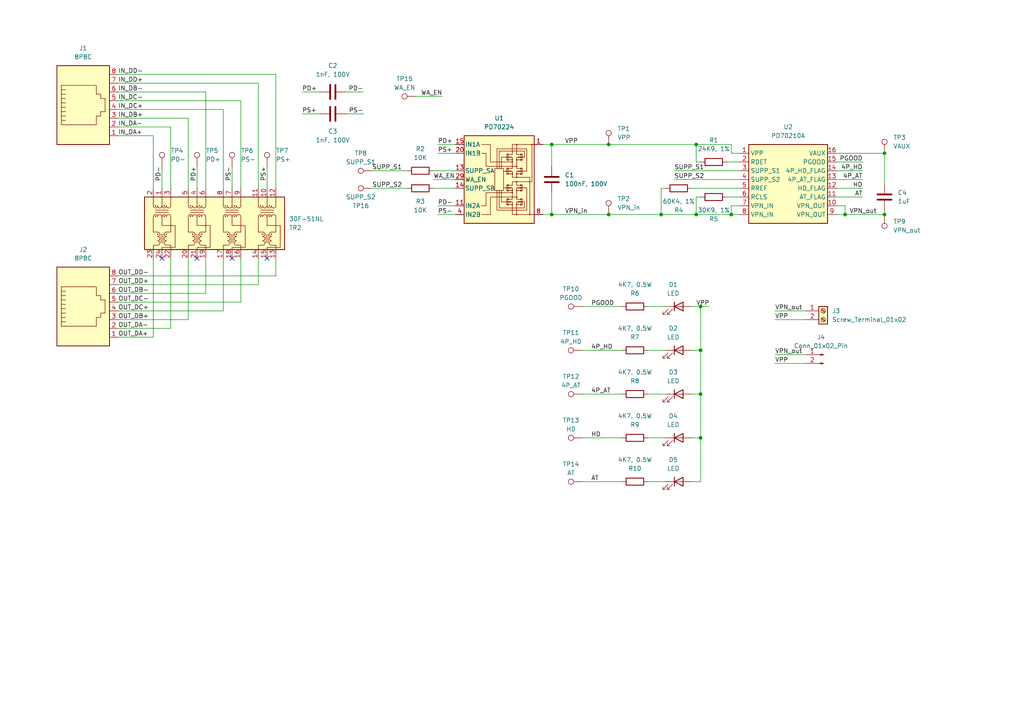
<source format=kicad_sch>
(kicad_sch (version 20250114) (generator "eeschema") (generator_version "9.0")
  (paper "A4")
  (lib_symbols
    (symbol "Connector:8P8C" (pin_names (offset 1.016))
      (property "Reference" "J" (at -5.08 13.97 0))
      (property "Value" "8P8C" (at 2.54 13.97 0))
      (symbol "8P8C_0_1"
        (polyline (pts (xy -6.35 1.905) (xy -5.08 1.905) (xy -5.08 1.905)))
        (polyline (pts (xy -6.35 0.635) (xy -5.08 0.635) (xy -5.08 0.635)))
        (polyline (pts (xy -6.35 -0.635) (xy -5.08 -0.635) (xy -5.08 -0.635)))
        (polyline (pts (xy -6.35 -1.905) (xy -5.08 -1.905) (xy -5.08 -1.905)))
        (polyline (pts (xy -6.35 -3.175) (xy -5.08 -3.175) (xy -5.08 -3.175)))
        (polyline (pts (xy -6.35 -4.445) (xy -6.35 6.985) (xy 3.81 6.985) (xy 3.81 4.445) (xy 5.08 4.445) (xy 5.08 3.175) (xy 6.35 3.175) (xy 6.35 -0.635) (xy 5.08 -0.635) (xy 5.08 -1.905) (xy 3.81 -1.905) (xy 3.81 -4.445) (xy -6.35 -4.445) (xy -6.35 -4.445)))
        (polyline (pts (xy -5.08 5.715) (xy -6.35 5.715)))
        (polyline (pts (xy -5.08 4.445) (xy -6.35 4.445)))
        (polyline (pts (xy -5.08 3.175) (xy -6.35 3.175) (xy -6.35 3.175)))
        (rectangle (start 7.62 12.7) (end -7.62 -10.16) (stroke (width 0.254)) (fill (type background)))
      )
      (symbol "8P8C_1_1"
        (pin passive line (at 10.16 10.16 180) (length 2.54) (name "~") (number "8"))
        (pin passive line (at 10.16 7.62 180) (length 2.54) (name "~") (number "7"))
        (pin passive line (at 10.16 5.08 180) (length 2.54) (name "~") (number "6"))
        (pin passive line (at 10.16 2.54 180) (length 2.54) (name "~") (number "5"))
        (pin passive line (at 10.16 0 180) (length 2.54) (name "~") (number "4"))
        (pin passive line (at 10.16 -2.54 180) (length 2.54) (name "~") (number "3"))
        (pin passive line (at 10.16 -5.08 180) (length 2.54) (name "~") (number "2"))
        (pin passive line (at 10.16 -7.62 180) (length 2.54) (name "~") (number "1"))
      )
    )
    (symbol "Connector:Conn_01x02_Pin" (pin_names (offset 1.016) (hide yes))
      (property "Reference" "J" (at 0 2.54 0))
      (property "Value" "Conn_01x02_Pin" (at 0 -5.08 0))
      (symbol "Conn_01x02_Pin_1_1"
        (rectangle (start 0.8636 0.127) (end 0 -0.127) (stroke (width 0.1524)) (fill (type outline)))
        (rectangle (start 0.8636 -2.413) (end 0 -2.667) (stroke (width 0.1524)) (fill (type outline)))
        (polyline (pts (xy 1.27 0) (xy 0.8636 0)) (stroke (width 0.1524)))
        (polyline (pts (xy 1.27 -2.54) (xy 0.8636 -2.54)) (stroke (width 0.1524)))
        (pin passive line (at 5.08 0 180) (length 3.81) (name "Pin_1") (number "1"))
        (pin passive line (at 5.08 -2.54 180) (length 3.81) (name "Pin_2") (number "2"))
      )
    )
    (symbol "Connector:Screw_Terminal_01x02" (pin_names (offset 1.016) (hide yes))
      (property "Reference" "J" (at 0 2.54 0))
      (property "Value" "Screw_Terminal_01x02" (at 0 -5.08 0))
      (symbol "Screw_Terminal_01x02_1_1"
        (rectangle (start -1.27 1.27) (end 1.27 -3.81) (stroke (width 0.254)) (fill (type background)))
        (polyline (pts (xy -0.5334 0.3302) (xy 0.3302 -0.508)) (stroke (width 0.1524)))
        (polyline (pts (xy -0.5334 -2.2098) (xy 0.3302 -3.048)) (stroke (width 0.1524)))
        (polyline (pts (xy -0.3556 0.508) (xy 0.508 -0.3302)) (stroke (width 0.1524)))
        (polyline (pts (xy -0.3556 -2.032) (xy 0.508 -2.8702)) (stroke (width 0.1524)))
        (circle (center 0 0) (radius 0.635) (stroke (width 0.1524)))
        (circle (center 0 -2.54) (radius 0.635) (stroke (width 0.1524)))
        (pin passive line (at -5.08 0 0) (length 3.81) (name "Pin_1") (number "1"))
        (pin passive line (at -5.08 -2.54 0) (length 3.81) (name "Pin_2") (number "2"))
      )
    )
    (symbol "Connector:TestPoint" (pin_numbers (hide yes)) (pin_names (offset 0.762) (hide yes))
      (property "Reference" "TP" (at 0 6.858 0))
      (property "Value" "TestPoint" (at 0 5.08 0))
      (symbol "TestPoint_0_1"
        (circle (center 0 3.302) (radius 0.762))
      )
      (symbol "TestPoint_1_1"
        (pin passive line (at 0 0 90) (length 2.54) (name "1") (number "1"))
      )
    )
    (symbol "Custom:PD70210"
      (property "Reference" "U" (at 0 12.7 0))
      (property "Value" "PD70210" (at 0 0 0))
      (symbol "PD70210_0_1"
        (rectangle (start -11.4299 11.43) (end 11.43 -11.43) (stroke (width 0.254)) (fill (type background)))
      )
      (symbol "PD70210_1_1"
        (pin input line (at -13.97 8.89 0) (length 2.54) (name "VPP") (number "1"))
        (pin input line (at -13.97 6.35 0) (length 2.54) (name "RDET") (number "2"))
        (pin input line (at -13.97 3.81 0) (length 2.54) (name "SUPP_S1") (number "3"))
        (pin input line (at -13.97 1.27 0) (length 2.54) (name "SUPP_S2") (number "4"))
        (pin input line (at -13.97 -1.27 0) (length 2.54) (name "RREF") (number "5"))
        (pin input line (at -13.97 -3.81 0) (length 2.54) (name "RCLS") (number "6"))
        (pin input line (at -13.97 -6.35 0) (length 2.54) (name "VPN_IN") (number "7"))
        (pin input line (at -13.97 -8.89 0) (length 2.54) (name "VPN_IN") (number "8"))
        (pin input line (at 13.97 8.89 180) (length 2.54) (name "VAUX") (number "16"))
        (pin input line (at 13.97 6.35 180) (length 2.54) (name "PGOOD") (number "15"))
        (pin input line (at 13.97 3.81 180) (length 2.54) (name "4P_HD_FLAG") (number "14"))
        (pin input line (at 13.97 1.27 180) (length 2.54) (name "4P_AT_FLAG") (number "13"))
        (pin input line (at 13.97 -1.27 180) (length 2.54) (name "HD_FLAG") (number "12"))
        (pin input line (at 13.97 -3.81 180) (length 2.54) (name "AT_FLAG") (number "11"))
        (pin input line (at 13.97 -6.35 180) (length 2.54) (name "VPN_OUT") (number "10"))
        (pin input line (at 13.97 -8.89 180) (length 2.54) (name "VPN_OUT") (number "9"))
      )
    )
    (symbol "Device:C" (pin_numbers (hide yes)) (pin_names (offset 0.254))
      (property "Reference" "C" (at 0.635 2.54 0))
      (property "Value" "C" (at 0.635 -2.54 0))
      (symbol "C_0_1"
        (polyline (pts (xy -2.032 0.762) (xy 2.032 0.762)) (stroke (width 0.508)))
        (polyline (pts (xy -2.032 -0.762) (xy 2.032 -0.762)) (stroke (width 0.508)))
      )
      (symbol "C_1_1"
        (pin passive line (at 0 3.81 270) (length 2.794) (name "~") (number "1"))
        (pin passive line (at 0 -3.81 90) (length 2.794) (name "~") (number "2"))
      )
    )
    (symbol "Device:LED" (pin_numbers (hide yes)) (pin_names (offset 1.016) (hide yes))
      (property "Reference" "D" (at 0 2.54 0))
      (property "Value" "LED" (at 0 -2.54 0))
      (symbol "LED_0_1"
        (polyline (pts (xy -3.048 -0.762) (xy -4.572 -2.286) (xy -3.81 -2.286) (xy -4.572 -2.286) (xy -4.572 -1.524)))
        (polyline (pts (xy -1.778 -0.762) (xy -3.302 -2.286) (xy -2.54 -2.286) (xy -3.302 -2.286) (xy -3.302 -1.524)))
        (polyline (pts (xy -1.27 0) (xy 1.27 0)))
        (polyline (pts (xy -1.27 -1.27) (xy -1.27 1.27)) (stroke (width 0.254)))
        (polyline (pts (xy 1.27 -1.27) (xy 1.27 1.27) (xy -1.27 0) (xy 1.27 -1.27)) (stroke (width 0.254)))
      )
      (symbol "LED_1_1"
        (pin passive line (at -3.81 0 0) (length 2.54) (name "K") (number "1"))
        (pin passive line (at 3.81 0 180) (length 2.54) (name "A") (number "2"))
      )
    )
    (symbol "Device:R" (pin_numbers (hide yes)) (pin_names (offset 0))
      (property "Reference" "R" (at 2.032 0 90))
      (property "Value" "R" (at 0 0 90))
      (symbol "R_0_1"
        (rectangle (start -1.016 -2.54) (end 1.016 2.54) (stroke (width 0.254)))
      )
      (symbol "R_1_1"
        (pin passive line (at 0 3.81 270) (length 1.27) (name "~") (number "1"))
        (pin passive line (at 0 -3.81 90) (length 1.27) (name "~") (number "2"))
      )
    )
    (symbol "Power_Management:PD70224" (pin_names (offset 0.254))
      (property "Reference" "U" (at -10.16 13.97 0))
      (property "Value" "PD70224" (at 10.16 13.97 0))
      (symbol "PD70224_0_1"
        (rectangle (start -10.16 12.7) (end 10.16 -12.7) (stroke (width 0.254)) (fill (type background)))
        (polyline (pts (xy -5.08 -10.16) (xy -2.54 -10.16) (xy -2.54 -5.08) (xy 5.08 -5.08)))
        (rectangle (start -1.27 3.175) (end 1.27 -3.175))
        (polyline (pts (xy -0.635 3.175) (xy -0.635 8.89) (xy 8.001 8.89) (xy 8.001 2.413) (xy 6.731 2.413)))
        (polyline (pts (xy 0 -3.175) (xy 0 -8.255) (xy 7.366 -8.255) (xy 7.366 -6.477) (xy 6.731 -6.477)))
        (polyline (pts (xy 2.159 7.366) (xy 2.159 5.588)))
        (polyline (pts (xy 2.159 6.477) (xy 0.635 6.477) (xy 0.635 3.175)))
        (polyline (pts (xy 2.159 3.302) (xy 2.159 1.524)))
        (polyline (pts (xy 2.159 2.413) (xy 1.27 2.413)))
        (polyline (pts (xy 2.159 -1.524) (xy 2.159 -3.302)))
        (polyline (pts (xy 2.159 -2.413) (xy 1.27 -2.413)))
        (polyline (pts (xy 2.159 -5.588) (xy 2.159 -7.366)))
        (polyline (pts (xy 2.159 -6.477) (xy 0.635 -6.477) (xy 0.635 -3.175)))
        (polyline (pts (xy 2.54 7.366) (xy 2.54 7.112) (xy 2.54 7.112)) (stroke (width 0.3556)))
        (polyline (pts (xy 2.54 7.239) (xy 3.81 7.239) (xy 3.81 10.16) (xy 10.16 10.16)))
        (polyline (pts (xy 2.54 6.604) (xy 2.54 6.35) (xy 2.54 6.35)) (stroke (width 0.3556)))
        (polyline (pts (xy 2.54 6.477) (xy 3.81 6.477) (xy 3.81 3.175) (xy 2.54 3.175)))
        (polyline (pts (xy 2.54 5.842) (xy 2.54 5.588) (xy 2.54 5.588)) (stroke (width 0.3556)))
        (polyline (pts (xy 2.54 5.715) (xy 3.81 5.715)))
        (polyline (pts (xy 2.54 2.54) (xy 2.54 2.286) (xy 2.54 2.286)) (stroke (width 0.3556)))
        (polyline (pts (xy 2.54 2.413) (xy 3.81 2.413) (xy 3.81 0.635) (xy 8.89 0.635) (xy 8.89 -10.16)))
        (polyline (pts (xy 2.54 1.778) (xy 2.54 1.524) (xy 2.54 1.524)) (stroke (width 0.3556)))
        (polyline (pts (xy 2.54 1.651) (xy 3.81 1.651)))
        (polyline (pts (xy 2.54 -1.524) (xy 2.54 -1.778) (xy 2.54 -1.778)) (stroke (width 0.3556)))
        (polyline (pts (xy 2.54 -1.651) (xy 3.81 -1.651) (xy 3.81 -0.635) (xy 9.525 -0.635) (xy 9.525 10.16)))
        (polyline (pts (xy 2.54 -2.286) (xy 2.54 -2.54) (xy 2.54 -2.54)) (stroke (width 0.3556)))
        (polyline (pts (xy 2.54 -2.413) (xy 3.81 -2.413) (xy 3.81 -5.715) (xy 2.54 -5.715)))
        (polyline (pts (xy 2.54 -3.048) (xy 2.54 -3.302) (xy 2.54 -3.302)) (stroke (width 0.3556)))
        (polyline (pts (xy 2.54 -3.175) (xy 3.81 -3.175)))
        (polyline (pts (xy 2.54 -6.35) (xy 2.54 -6.604) (xy 2.54 -6.604)) (stroke (width 0.3556)))
        (polyline (pts (xy 2.54 -6.477) (xy 3.81 -6.477) (xy 3.81 -10.16) (xy 10.16 -10.16)))
        (polyline (pts (xy 2.54 -7.112) (xy 2.54 -7.366) (xy 2.54 -7.366)) (stroke (width 0.3556)))
        (polyline (pts (xy 2.54 -7.239) (xy 3.81 -7.239)))
        (polyline (pts (xy 2.794 6.477) (xy 3.302 6.604) (xy 3.302 6.35) (xy 2.794 6.477)))
        (polyline (pts (xy 2.794 2.413) (xy 3.302 2.54) (xy 3.302 2.286) (xy 2.794 2.413)))
        (polyline (pts (xy 2.794 -2.413) (xy 3.302 -2.286) (xy 3.302 -2.54) (xy 2.794 -2.413)))
        (polyline (pts (xy 2.794 -6.477) (xy 3.302 -6.35) (xy 3.302 -6.604) (xy 2.794 -6.477)))
        (circle (center 3.81 5.715) (radius 0.127))
        (polyline (pts (xy 3.81 5.08) (xy -2.54 5.08) (xy -2.54 10.16) (xy -5.08 10.16)))
        (circle (center 3.81 5.08) (radius 0.127))
        (circle (center 3.81 1.651) (radius 0.127))
        (circle (center 3.81 -3.175) (radius 0.127))
        (polyline (pts (xy 3.81 -3.81) (xy -3.81 -3.81) (xy -3.81 -7.62) (xy -5.08 -7.62)))
        (circle (center 3.81 -3.81) (radius 0.127))
        (circle (center 3.81 -7.239) (radius 0.127))
        (circle (center 5.08 10.16) (radius 0.127))
        (circle (center 5.08 5.715) (radius 0.127))
        (polyline (pts (xy 5.08 3.81) (xy -3.81 3.81) (xy -3.81 7.62) (xy -5.08 7.62)))
        (circle (center 5.08 3.81) (radius 0.127))
        (circle (center 5.08 1.651) (radius 0.127))
        (circle (center 5.08 0.635) (radius 0.127))
        (circle (center 5.08 -0.635) (radius 0.127))
        (circle (center 5.08 -3.175) (radius 0.127))
        (circle (center 5.08 -5.08) (radius 0.127))
        (circle (center 5.08 -7.239) (radius 0.127))
        (polyline (pts (xy 5.08 -10.16) (xy 5.08 -6.477) (xy 6.35 -6.477)))
        (circle (center 5.08 -10.16) (radius 0.127))
        (polyline (pts (xy 6.096 6.477) (xy 5.588 6.604) (xy 5.588 6.35) (xy 6.096 6.477)))
        (polyline (pts (xy 6.096 2.413) (xy 5.588 2.54) (xy 5.588 2.286) (xy 6.096 2.413)))
        (polyline (pts (xy 6.096 -2.413) (xy 5.588 -2.286) (xy 5.588 -2.54) (xy 6.096 -2.413)))
        (polyline (pts (xy 6.096 -6.477) (xy 5.588 -6.35) (xy 5.588 -6.604) (xy 6.096 -6.477)))
        (polyline (pts (xy 6.35 7.366) (xy 6.35 7.112) (xy 6.35 7.112)) (stroke (width 0.3556)))
        (polyline (pts (xy 6.35 7.239) (xy 5.08 7.239) (xy 5.08 10.16)))
        (polyline (pts (xy 6.35 6.604) (xy 6.35 6.35) (xy 6.35 6.35)) (stroke (width 0.3556)))
        (polyline (pts (xy 6.35 6.477) (xy 5.08 6.477) (xy 5.08 3.175) (xy 6.35 3.175)))
        (polyline (pts (xy 6.35 5.842) (xy 6.35 5.588) (xy 6.35 5.588)) (stroke (width 0.3556)))
        (polyline (pts (xy 6.35 5.715) (xy 5.08 5.715)))
        (polyline (pts (xy 6.35 2.54) (xy 6.35 2.286) (xy 6.35 2.286)) (stroke (width 0.3556)))
        (polyline (pts (xy 6.35 2.413) (xy 5.08 2.413) (xy 5.08 0.635)))
        (polyline (pts (xy 6.35 1.778) (xy 6.35 1.524) (xy 6.35 1.524)) (stroke (width 0.3556)))
        (polyline (pts (xy 6.35 1.651) (xy 5.08 1.651)))
        (polyline (pts (xy 6.35 -1.524) (xy 6.35 -1.778) (xy 6.35 -1.778)) (stroke (width 0.3556)))
        (polyline (pts (xy 6.35 -1.651) (xy 5.08 -1.651) (xy 5.08 -0.635)))
        (polyline (pts (xy 6.35 -2.286) (xy 6.35 -2.54) (xy 6.35 -2.54)) (stroke (width 0.3556)))
        (polyline (pts (xy 6.35 -2.413) (xy 5.08 -2.413) (xy 5.08 -5.715) (xy 6.35 -5.715)))
        (polyline (pts (xy 6.35 -3.048) (xy 6.35 -3.302) (xy 6.35 -3.302)) (stroke (width 0.3556)))
        (polyline (pts (xy 6.35 -3.175) (xy 5.08 -3.175)))
        (polyline (pts (xy 6.35 -6.35) (xy 6.35 -6.604) (xy 6.35 -6.604)) (stroke (width 0.3556)))
        (polyline (pts (xy 6.35 -7.112) (xy 6.35 -7.366) (xy 6.35 -7.366)) (stroke (width 0.3556)))
        (polyline (pts (xy 6.35 -7.239) (xy 5.08 -7.239)))
        (polyline (pts (xy 6.731 7.366) (xy 6.731 5.588)))
        (polyline (pts (xy 6.731 6.477) (xy 7.366 6.477) (xy 7.366 8.255) (xy 0 8.255) (xy 0 3.175)))
        (polyline (pts (xy 6.731 3.302) (xy 6.731 1.524)))
        (polyline (pts (xy 6.731 -1.524) (xy 6.731 -3.302)))
        (polyline (pts (xy 6.731 -2.413) (xy 8.001 -2.413) (xy 8.001 -8.89) (xy -0.635 -8.89) (xy -0.635 -3.175)))
        (polyline (pts (xy 6.731 -5.588) (xy 6.731 -7.366)))
        (circle (center 8.89 -10.16) (radius 0.127))
        (circle (center 9.525 10.16) (radius 0.127))
      )
      (symbol "PD70224_1_1"
        (polyline (pts (xy 2.54 3.302) (xy 2.54 3.048)) (stroke (width 0.3556)))
        (polyline (pts (xy 2.54 -5.588) (xy 2.54 -5.842)) (stroke (width 0.3556)))
        (polyline (pts (xy 6.35 3.302) (xy 6.35 3.048)) (stroke (width 0.3556)))
        (polyline (pts (xy 6.35 -5.588) (xy 6.35 -5.842)) (stroke (width 0.3556)))
        (pin passive line (at -12.7 10.16 0) (length 2.54) (name "IN1A") (number "15"))
        (pin passive line (at -12.7 10.16 0) (length 2.54) (hide yes) (name "IN1A") (number "16"))
        (pin passive line (at -12.7 10.16 0) (length 2.54) (hide yes) (name "IN1A") (number "27"))
        (pin passive line (at -12.7 10.16 0) (length 2.54) (hide yes) (name "IN1A") (number "28"))
        (pin passive line (at -12.7 7.62 0) (length 2.54) (name "IN1B") (number "20"))
        (pin passive line (at -12.7 7.62 0) (length 2.54) (hide yes) (name "IN1B") (number "21"))
        (pin passive line (at -12.7 7.62 0) (length 2.54) (hide yes) (name "IN1B") (number "22"))
        (pin passive line (at -12.7 7.62 0) (length 2.54) (hide yes) (name "IN1B") (number "23"))
        (pin input line (at -12.7 2.54 0) (length 2.54) (name "SUPP_SA") (number "13"))
        (pin input line (at -12.7 0 0) (length 2.54) (name "WA_EN") (number "29"))
        (pin input line (at -12.7 -2.54 0) (length 2.54) (name "SUPP_SB") (number "14"))
        (pin passive line (at -12.7 -7.62 0) (length 2.54) (name "IN2A") (number "11"))
        (pin passive line (at -12.7 -7.62 0) (length 2.54) (hide yes) (name "IN2A") (number "12"))
        (pin passive line (at -12.7 -7.62 0) (length 2.54) (hide yes) (name "IN2A") (number "31"))
        (pin passive line (at -12.7 -7.62 0) (length 2.54) (hide yes) (name "IN2A") (number "32"))
        (pin passive line (at -12.7 -10.16 0) (length 2.54) (name "IN2B") (number "4"))
        (pin passive line (at -12.7 -10.16 0) (length 2.54) (hide yes) (name "IN2B") (number "5"))
        (pin passive line (at -12.7 -10.16 0) (length 2.54) (hide yes) (name "IN2B") (number "6"))
        (pin passive line (at -12.7 -10.16 0) (length 2.54) (hide yes) (name "IN2B") (number "7"))
        (pin no_connect line (at -10.16 5.08 0) (length 2.54) (hide yes) (name "NC") (number "30"))
        (pin power_in line (at 12.7 10.16 180) (length 2.54) (name "~") (number "1"))
        (pin passive line (at 12.7 10.16 180) (length 2.54) (hide yes) (name "~") (number "2"))
        (pin passive line (at 12.7 10.16 180) (length 2.54) (hide yes) (name "~") (number "24"))
        (pin passive line (at 12.7 10.16 180) (length 2.54) (hide yes) (name "~") (number "25"))
        (pin passive line (at 12.7 10.16 180) (length 2.54) (hide yes) (name "~") (number "26"))
        (pin passive line (at 12.7 10.16 180) (length 2.54) (hide yes) (name "~") (number "3"))
        (pin passive line (at 12.7 10.16 180) (length 2.54) (hide yes) (name "~") (number "33"))
        (pin passive line (at 12.7 -10.16 180) (length 2.54) (hide yes) (name "~") (number "10"))
        (pin passive line (at 12.7 -10.16 180) (length 2.54) (hide yes) (name "~") (number "17"))
        (pin passive line (at 12.7 -10.16 180) (length 2.54) (hide yes) (name "~") (number "18"))
        (pin passive line (at 12.7 -10.16 180) (length 2.54) (hide yes) (name "~") (number "19"))
        (pin passive line (at 12.7 -10.16 180) (length 2.54) (hide yes) (name "~") (number "34"))
        (pin power_in line (at 12.7 -10.16 180) (length 2.54) (name "~") (number "8"))
        (pin passive line (at 12.7 -10.16 180) (length 2.54) (hide yes) (name "~") (number "9"))
      )
    )
    (symbol "Transformer:30F-51NL" (pin_names (offset 1.016) (hide yes))
      (property "Reference" "TR" (at -6.35 21.59 0))
      (property "Value" "30F-51NL" (at 2.54 21.59 0))
      (symbol "30F-51NL_0_1"
        (rectangle (start -7.62 20.32) (end 7.62 -20.32) (stroke (width 0.254)) (fill (type background)))
        (polyline (pts (xy 0.635 15.24) (xy 0.635 11.43) (xy 6.985 11.43) (xy 6.985 15.24) (xy 7.62 15.24)))
        (polyline (pts (xy 0.635 5.08) (xy 0.635 1.27) (xy 6.985 1.27) (xy 6.985 5.08) (xy 7.62 5.08)))
        (polyline (pts (xy 0.635 -5.08) (xy 0.635 -8.89) (xy 6.985 -8.89) (xy 6.985 -5.08) (xy 7.62 -5.08)))
        (polyline (pts (xy 0.635 -15.24) (xy 0.635 -19.05) (xy 6.985 -19.05) (xy 6.985 -15.24) (xy 7.62 -15.24)))
        (polyline (pts (xy 2.54 17.78) (xy 2.54 16.51)))
        (polyline (pts (xy 2.54 13.97) (xy 2.54 12.7)))
        (polyline (pts (xy 2.54 7.62) (xy 2.54 6.35)))
        (polyline (pts (xy 2.54 3.81) (xy 2.54 2.54)))
        (polyline (pts (xy 2.54 -2.54) (xy 2.54 -3.81)))
        (polyline (pts (xy 2.54 -6.35) (xy 2.54 -7.62)))
        (polyline (pts (xy 2.54 -12.7) (xy 2.54 -13.97)))
        (polyline (pts (xy 2.54 -16.51) (xy 2.54 -17.78)))
        (polyline (pts (xy 6.35 16.51) (xy 6.35 17.78)))
        (polyline (pts (xy 6.35 12.7) (xy 6.35 13.97)))
        (polyline (pts (xy 6.35 6.35) (xy 6.35 7.62)))
        (polyline (pts (xy 6.35 2.54) (xy 6.35 3.81)))
        (polyline (pts (xy 6.35 -3.81) (xy 6.35 -2.54)))
        (polyline (pts (xy 6.35 -7.62) (xy 6.35 -6.35)))
        (polyline (pts (xy 6.35 -13.97) (xy 6.35 -12.7)))
        (polyline (pts (xy 6.35 -17.78) (xy 6.35 -16.51)))
        (polyline (pts (xy 7.62 15.24) (xy 7.62 15.24)))
        (pin passive line (at -10.16 17.78 0) (length 2.54) (name "TD1+") (number "2"))
        (pin passive line (at -10.16 15.24 0) (length 2.54) (name "CT") (number "1"))
        (pin passive line (at -10.16 12.7 0) (length 2.54) (name "TD1-") (number "3"))
        (pin passive line (at -10.16 7.62 0) (length 2.54) (name "TD2+") (number "5"))
        (pin passive line (at -10.16 5.08 0) (length 2.54) (name "CT") (number "4"))
        (pin passive line (at -10.16 2.54 0) (length 2.54) (name "TD2-") (number "6"))
        (pin passive line (at -10.16 -2.54 0) (length 2.54) (name "TD3+") (number "8"))
        (pin passive line (at -10.16 -5.08 0) (length 2.54) (name "CT") (number "7"))
        (pin passive line (at -10.16 -7.62 0) (length 2.54) (name "TD3-") (number "9"))
        (pin passive line (at -10.16 -12.7 0) (length 2.54) (name "TD4+") (number "11"))
        (pin passive line (at -10.16 -15.24 0) (length 2.54) (name "CT") (number "10"))
        (pin passive line (at -10.16 -17.78 0) (length 2.54) (name "TD4-") (number "12"))
        (pin passive line (at 10.16 17.78 180) (length 2.54) (name "MX1+") (number "23"))
        (pin passive line (at 10.16 15.24 180) (length 2.54) (name "CT") (number "24"))
        (pin passive line (at 10.16 12.7 180) (length 2.54) (name "MX1-") (number "22"))
        (pin passive line (at 10.16 7.62 180) (length 2.54) (name "MX2+") (number "20"))
        (pin passive line (at 10.16 5.08 180) (length 2.54) (name "CT") (number "21"))
        (pin passive line (at 10.16 2.54 180) (length 2.54) (name "MX2-") (number "19"))
        (pin passive line (at 10.16 -2.54 180) (length 2.54) (name "MX3+") (number "17"))
        (pin passive line (at 10.16 -5.08 180) (length 2.54) (name "CT") (number "18"))
        (pin passive line (at 10.16 -7.62 180) (length 2.54) (name "MX3-") (number "16"))
        (pin passive line (at 10.16 -12.7 180) (length 2.54) (name "MX4+") (number "14"))
        (pin passive line (at 10.16 -15.24 180) (length 2.54) (name "CT") (number "15"))
        (pin passive line (at 10.16 -17.78 180) (length 2.54) (name "MX4-") (number "13"))
      )
      (symbol "30F-51NL_1_1"
        (polyline (pts (xy -7.62 17.78) (xy -6.35 17.78)))
        (polyline (pts (xy -7.62 15.24) (xy -6.35 15.24)))
        (polyline (pts (xy -7.62 12.7) (xy -6.35 12.7)))
        (polyline (pts (xy -7.62 7.62) (xy -6.35 7.62)))
        (polyline (pts (xy -7.62 5.08) (xy -6.35 5.08)))
        (polyline (pts (xy -7.62 2.54) (xy -6.35 2.54)))
        (polyline (pts (xy -7.62 -2.54) (xy -6.35 -2.54)))
        (polyline (pts (xy -7.62 -5.08) (xy -6.35 -5.08)))
        (polyline (pts (xy -7.62 -7.62) (xy -6.35 -7.62)))
        (polyline (pts (xy -7.62 -12.7) (xy -6.35 -12.7)))
        (polyline (pts (xy -7.62 -15.24) (xy -6.35 -15.24)))
        (polyline (pts (xy -7.62 -17.78) (xy -6.35 -17.78)))
        (polyline (pts (xy -6.35 17.78) (xy -5.08 17.78)))
        (polyline (pts (xy -6.35 15.24) (xy -5.08 15.24)))
        (polyline (pts (xy -6.35 12.7) (xy -5.08 12.7)))
        (polyline (pts (xy -6.35 7.62) (xy -5.08 7.62)))
        (polyline (pts (xy -6.35 5.08) (xy -5.08 5.08)))
        (polyline (pts (xy -6.35 2.54) (xy -5.08 2.54)))
        (polyline (pts (xy -6.35 -2.54) (xy -5.08 -2.54)))
        (polyline (pts (xy -6.35 -5.08) (xy -5.08 -5.08)))
        (polyline (pts (xy -6.35 -7.62) (xy -5.08 -7.62)))
        (polyline (pts (xy -6.35 -12.7) (xy -5.08 -12.7)))
        (polyline (pts (xy -6.35 -15.24) (xy -5.08 -15.24)))
        (polyline (pts (xy -6.35 -17.78) (xy -5.08 -17.78)))
        (arc (start -5.08 17.78) (mid -4.4477 17.145) (end -5.08 16.51))
        (arc (start -5.08 16.51) (mid -4.4477 15.875) (end -5.08 15.24))
        (arc (start -5.08 15.24) (mid -4.4477 14.605) (end -5.08 13.97))
        (arc (start -5.08 13.97) (mid -4.4477 13.335) (end -5.08 12.7))
        (arc (start -5.08 7.62) (mid -4.4477 6.985) (end -5.08 6.35))
        (arc (start -5.08 6.35) (mid -4.4477 5.715) (end -5.08 5.08))
        (arc (start -5.08 5.08) (mid -4.4477 4.445) (end -5.08 3.81))
        (arc (start -5.08 3.81) (mid -4.4477 3.175) (end -5.08 2.54))
        (arc (start -5.08 -2.54) (mid -4.4477 -3.175) (end -5.08 -3.81))
        (arc (start -5.08 -3.81) (mid -4.4477 -4.445) (end -5.08 -5.08))
        (arc (start -5.08 -5.08) (mid -4.4477 -5.715) (end -5.08 -6.35))
        (arc (start -5.08 -6.35) (mid -4.4477 -6.985) (end -5.08 -7.62))
        (arc (start -5.08 -12.7) (mid -4.4477 -13.335) (end -5.08 -13.97))
        (arc (start -5.08 -13.97) (mid -4.4477 -14.605) (end -5.08 -15.24))
        (arc (start -5.08 -15.24) (mid -4.4477 -15.875) (end -5.08 -16.51))
        (arc (start -5.08 -16.51) (mid -4.4477 -17.145) (end -5.08 -17.78))
        (circle (center -5.08 17.145) (radius 0.127))
        (circle (center -5.08 14.605) (radius 0.127))
        (circle (center -5.08 6.985) (radius 0.127))
        (circle (center -5.08 4.445) (radius 0.127))
        (circle (center -5.08 -3.175) (radius 0.127))
        (circle (center -5.08 -5.715) (radius 0.127))
        (circle (center -5.08 -13.335) (radius 0.127))
        (circle (center -5.08 -15.875) (radius 0.127))
        (polyline (pts (xy -3.81 13.335) (xy -3.81 17.145)))
        (polyline (pts (xy -3.81 3.175) (xy -3.81 6.985)))
        (polyline (pts (xy -3.81 -6.985) (xy -3.81 -3.175)))
        (polyline (pts (xy -3.81 -17.145) (xy -3.81 -13.335)))
        (polyline (pts (xy -3.175 13.335) (xy -3.175 17.145)))
        (polyline (pts (xy -3.175 3.175) (xy -3.175 6.985)))
        (polyline (pts (xy -3.175 -6.985) (xy -3.175 -3.175)))
        (polyline (pts (xy -3.175 -17.145) (xy -3.175 -13.335)))
        (circle (center -2.032 17.145) (radius 0.127))
        (circle (center -2.032 14.605) (radius 0.127))
        (circle (center -2.032 6.985) (radius 0.127))
        (circle (center -2.032 4.445) (radius 0.127))
        (circle (center -2.032 -3.175) (radius 0.127))
        (circle (center -2.032 -5.715) (radius 0.127))
        (circle (center -2.032 -13.335) (radius 0.127))
        (circle (center -2.032 -15.875) (radius 0.127))
        (arc (start -1.905 16.51) (mid -2.5373 17.145) (end -1.905 17.78))
        (arc (start -1.905 15.24) (mid -2.5373 15.875) (end -1.905 16.51))
        (arc (start -1.905 13.97) (mid -2.5373 14.605) (end -1.905 15.24))
        (arc (start -1.905 12.7) (mid -2.5373 13.335) (end -1.905 13.97))
        (arc (start -1.905 6.35) (mid -2.5373 6.985) (end -1.905 7.62))
        (arc (start -1.905 5.08) (mid -2.5373 5.715) (end -1.905 6.35))
        (arc (start -1.905 3.81) (mid -2.5373 4.445) (end -1.905 5.08))
        (arc (start -1.905 2.54) (mid -2.5373 3.175) (end -1.905 3.81))
        (arc (start -1.905 -3.81) (mid -2.5373 -3.175) (end -1.905 -2.54))
        (arc (start -1.905 -5.08) (mid -2.5373 -4.445) (end -1.905 -3.81))
        (arc (start -1.905 -6.35) (mid -2.5373 -5.715) (end -1.905 -5.08))
        (arc (start -1.905 -7.62) (mid -2.5373 -6.985) (end -1.905 -6.35))
        (arc (start -1.905 -13.97) (mid -2.5373 -13.335) (end -1.905 -12.7))
        (arc (start -1.905 -15.24) (mid -2.5373 -14.605) (end -1.905 -13.97))
        (arc (start -1.905 -16.51) (mid -2.5373 -15.875) (end -1.905 -15.24))
        (arc (start -1.905 -17.78) (mid -2.5373 -17.145) (end -1.905 -16.51))
        (polyline (pts (xy 0.635 15.24) (xy -1.905 15.24)))
        (polyline (pts (xy 0.635 5.08) (xy -1.905 5.08)))
        (polyline (pts (xy 0.635 -5.08) (xy -1.905 -5.08)))
        (polyline (pts (xy 0.635 -15.24) (xy -1.905 -15.24)))
        (polyline (pts (xy 2.54 17.78) (xy -1.905 17.78)))
        (polyline (pts (xy 2.54 12.7) (xy -1.905 12.7)))
        (polyline (pts (xy 2.54 7.62) (xy -1.905 7.62)))
        (polyline (pts (xy 2.54 2.54) (xy -1.905 2.54)))
        (polyline (pts (xy 2.54 -2.54) (xy -1.905 -2.54)))
        (polyline (pts (xy 2.54 -7.62) (xy -1.905 -7.62)))
        (polyline (pts (xy 2.54 -12.7) (xy -1.905 -12.7)))
        (polyline (pts (xy 2.54 -17.78) (xy -1.905 -17.78)))
        (arc (start 3.81 16.51) (mid 3.175 15.8777) (end 2.54 16.51))
        (circle (center 3.175 16.51) (radius 0.127))
        (circle (center 3.175 13.97) (radius 0.127))
        (arc (start 2.54 13.97) (mid 3.175 14.6023) (end 3.81 13.97))
        (arc (start 3.81 6.35) (mid 3.175 5.7177) (end 2.54 6.35))
        (circle (center 3.175 6.35) (radius 0.127))
        (circle (center 3.175 3.81) (radius 0.127))
        (arc (start 2.54 3.81) (mid 3.175 4.4423) (end 3.81 3.81))
        (arc (start 3.81 -3.81) (mid 3.175 -4.4423) (end 2.54 -3.81))
        (circle (center 3.175 -3.81) (radius 0.127))
        (circle (center 3.175 -6.35) (radius 0.127))
        (arc (start 2.54 -6.35) (mid 3.175 -5.7177) (end 3.81 -6.35))
        (arc (start 3.81 -13.97) (mid 3.175 -14.6023) (end 2.54 -13.97))
        (circle (center 3.175 -13.97) (radius 0.127))
        (circle (center 3.175 -16.51) (radius 0.127))
        (arc (start 2.54 -16.51) (mid 3.175 -15.8777) (end 3.81 -16.51))
        (arc (start 5.08 16.51) (mid 4.445 15.8777) (end 3.81 16.51))
        (arc (start 3.81 13.97) (mid 4.445 14.6023) (end 5.08 13.97))
        (arc (start 5.08 6.35) (mid 4.445 5.7177) (end 3.81 6.35))
        (arc (start 3.81 3.81) (mid 4.445 4.4423) (end 5.08 3.81))
        (arc (start 5.08 -3.81) (mid 4.445 -4.4423) (end 3.81 -3.81))
        (arc (start 3.81 -6.35) (mid 4.445 -5.7177) (end 5.08 -6.35))
        (arc (start 5.08 -13.97) (mid 4.445 -14.6023) (end 3.81 -13.97))
        (arc (start 3.81 -16.51) (mid 4.445 -15.8777) (end 5.08 -16.51))
        (arc (start 6.35 16.51) (mid 5.715 15.8777) (end 5.08 16.51))
        (polyline (pts (xy 5.715 15.494) (xy 3.175 15.494)))
        (polyline (pts (xy 5.715 14.986) (xy 3.175 14.986)))
        (arc (start 5.08 13.97) (mid 5.715 14.6023) (end 6.35 13.97))
        (arc (start 6.35 6.35) (mid 5.715 5.7177) (end 5.08 6.35))
        (polyline (pts (xy 5.715 5.334) (xy 3.175 5.334)))
        (polyline (pts (xy 5.715 4.826) (xy 3.175 4.826)))
        (arc (start 5.08 3.81) (mid 5.715 4.4423) (end 6.35 3.81))
        (arc (start 6.35 -3.81) (mid 5.715 -4.4423) (end 5.08 -3.81))
        (polyline (pts (xy 5.715 -4.826) (xy 3.175 -4.826)))
        (polyline (pts (xy 5.715 -5.334) (xy 3.175 -5.334)))
        (arc (start 5.08 -6.35) (mid 5.715 -5.7177) (end 6.35 -6.35))
        (arc (start 6.35 -13.97) (mid 5.715 -14.6023) (end 5.08 -13.97))
        (polyline (pts (xy 5.715 -14.986) (xy 3.175 -14.986)))
        (polyline (pts (xy 5.715 -15.494) (xy 3.175 -15.494)))
        (arc (start 5.08 -16.51) (mid 5.715 -15.8777) (end 6.35 -16.51))
        (polyline (pts (xy 7.62 17.78) (xy 6.35 17.78)))
        (polyline (pts (xy 7.62 12.7) (xy 6.35 12.7)))
        (polyline (pts (xy 7.62 7.62) (xy 6.35 7.62)))
        (polyline (pts (xy 7.62 2.54) (xy 6.35 2.54)))
        (polyline (pts (xy 7.62 -2.54) (xy 6.35 -2.54)))
        (polyline (pts (xy 7.62 -7.62) (xy 6.35 -7.62)))
        (polyline (pts (xy 7.62 -12.7) (xy 6.35 -12.7)))
        (polyline (pts (xy 7.62 -17.78) (xy 6.35 -17.78)))
      )
    )
  )
  (junction (at 201.93 62.23))
  (junction (at 256.54 44.45))
  (junction (at 191.77 62.23))
  (junction (at 201.93 41.91))
  (junction (at 203.2 88.9))
  (junction (at 212.09 62.23))
  (junction (at 203.2 114.3))
  (junction (at 176.53 62.23))
  (junction (at 160.02 62.23))
  (junction (at 245.11 62.23))
  (junction (at 160.02 41.91))
  (junction (at 203.2 101.6))
  (junction (at 256.54 62.23))
  (junction (at 203.2 127))
  (junction (at 176.53 41.91))
  (no_connect (at 67.31 74.93))
  (no_connect (at 46.99 74.93))
  (no_connect (at 57.15 74.93))
  (no_connect (at 77.47 74.93))
  (wire (pts (xy 200.66 139.7) (xy 203.2 139.7)))
  (wire (pts (xy 128.27 27.94) (xy 120.65 27.94)))
  (wire (pts (xy 168.91 139.7) (xy 180.34 139.7)))
  (wire (pts (xy 200.66 54.61) (xy 214.63 54.61)))
  (wire (pts (xy 69.85 74.93) (xy 69.85 87.63)))
  (wire (pts (xy 245.11 59.69) (xy 245.11 62.23)))
  (wire (pts (xy 242.57 57.15) (xy 250.19 57.15)))
  (wire (pts (xy 242.57 54.61) (xy 250.19 54.61)))
  (wire (pts (xy 160.02 62.23) (xy 176.53 62.23)))
  (wire (pts (xy 34.29 31.75) (xy 64.77 31.75)))
  (wire (pts (xy 224.79 105.41) (xy 233.68 105.41)))
  (wire (pts (xy 176.53 62.23) (xy 191.77 62.23)))
  (wire (pts (xy 203.2 101.6) (xy 203.2 114.3)))
  (wire (pts (xy 34.29 36.83) (xy 49.53 36.83)))
  (wire (pts (xy 34.29 21.59) (xy 80.01 21.59)))
  (wire (pts (xy 160.02 55.88) (xy 160.02 62.23)))
  (wire (pts (xy 74.93 74.93) (xy 74.93 82.55)))
  (wire (pts (xy 44.45 39.37) (xy 44.45 54.61)))
  (wire (pts (xy 107.95 49.53) (xy 118.11 49.53)))
  (wire (pts (xy 69.85 87.63) (xy 34.29 87.63)))
  (wire (pts (xy 191.77 54.61) (xy 191.77 62.23)))
  (wire (pts (xy 195.58 52.07) (xy 214.63 52.07)))
  (wire (pts (xy 74.93 24.13) (xy 74.93 54.61)))
  (wire (pts (xy 203.2 88.9) (xy 203.2 101.6)))
  (wire (pts (xy 34.29 39.37) (xy 44.45 39.37)))
  (wire (pts (xy 100.33 33.02) (xy 105.41 33.02)))
  (wire (pts (xy 203.2 46.99) (xy 201.93 46.99)))
  (wire (pts (xy 168.91 101.6) (xy 180.34 101.6)))
  (wire (pts (xy 160.02 41.91) (xy 160.02 48.26)))
  (wire (pts (xy 242.57 46.99) (xy 250.19 46.99)))
  (wire (pts (xy 125.73 52.07) (xy 132.08 52.07)))
  (wire (pts (xy 59.69 74.93) (xy 59.69 85.09)))
  (wire (pts (xy 242.57 44.45) (xy 256.54 44.45)))
  (wire (pts (xy 125.73 49.53) (xy 132.08 49.53)))
  (wire (pts (xy 59.69 85.09) (xy 34.29 85.09)))
  (wire (pts (xy 212.09 41.91) (xy 212.09 44.45)))
  (wire (pts (xy 74.93 82.55) (xy 34.29 82.55)))
  (wire (pts (xy 49.53 74.93) (xy 49.53 95.25)))
  (wire (pts (xy 210.82 46.99) (xy 214.63 46.99)))
  (wire (pts (xy 157.48 41.91) (xy 160.02 41.91)))
  (wire (pts (xy 203.2 88.9) (xy 205.74 88.9)))
  (wire (pts (xy 200.66 127) (xy 203.2 127)))
  (wire (pts (xy 224.79 92.71) (xy 233.68 92.71)))
  (wire (pts (xy 214.63 59.69) (xy 212.09 59.69)))
  (wire (pts (xy 87.63 26.67) (xy 92.71 26.67)))
  (wire (pts (xy 200.66 88.9) (xy 203.2 88.9)))
  (wire (pts (xy 195.58 49.53) (xy 214.63 49.53)))
  (wire (pts (xy 34.29 26.67) (xy 59.69 26.67)))
  (wire (pts (xy 125.73 54.61) (xy 132.08 54.61)))
  (wire (pts (xy 201.93 62.23) (xy 212.09 62.23)))
  (wire (pts (xy 168.91 127) (xy 180.34 127)))
  (wire (pts (xy 80.01 74.93) (xy 80.01 80.01)))
  (wire (pts (xy 127 62.23) (xy 132.08 62.23)))
  (wire (pts (xy 107.95 54.61) (xy 118.11 54.61)))
  (wire (pts (xy 203.2 57.15) (xy 201.93 57.15)))
  (wire (pts (xy 87.63 33.02) (xy 92.71 33.02)))
  (wire (pts (xy 187.96 88.9) (xy 193.04 88.9)))
  (wire (pts (xy 127 44.45) (xy 132.08 44.45)))
  (wire (pts (xy 64.77 31.75) (xy 64.77 54.61)))
  (wire (pts (xy 224.79 90.17) (xy 233.68 90.17)))
  (wire (pts (xy 212.09 62.23) (xy 214.63 62.23)))
  (wire (pts (xy 200.66 101.6) (xy 203.2 101.6)))
  (wire (pts (xy 187.96 139.7) (xy 193.04 139.7)))
  (wire (pts (xy 34.29 24.13) (xy 74.93 24.13)))
  (wire (pts (xy 160.02 41.91) (xy 176.53 41.91)))
  (wire (pts (xy 256.54 60.96) (xy 256.54 62.23)))
  (wire (pts (xy 34.29 29.21) (xy 69.85 29.21)))
  (wire (pts (xy 44.45 74.93) (xy 44.45 97.79)))
  (wire (pts (xy 54.61 34.29) (xy 54.61 54.61)))
  (wire (pts (xy 46.99 54.61) (xy 46.99 48.26)))
  (wire (pts (xy 100.33 26.67) (xy 105.41 26.67)))
  (wire (pts (xy 191.77 62.23) (xy 201.93 62.23)))
  (wire (pts (xy 34.29 34.29) (xy 54.61 34.29)))
  (wire (pts (xy 245.11 62.23) (xy 242.57 62.23)))
  (wire (pts (xy 49.53 95.25) (xy 34.29 95.25)))
  (wire (pts (xy 64.77 74.93) (xy 64.77 90.17)))
  (wire (pts (xy 193.04 54.61) (xy 191.77 54.61)))
  (wire (pts (xy 242.57 59.69) (xy 245.11 59.69)))
  (wire (pts (xy 127 59.69) (xy 132.08 59.69)))
  (wire (pts (xy 212.09 44.45) (xy 214.63 44.45)))
  (wire (pts (xy 54.61 92.71) (xy 34.29 92.71)))
  (wire (pts (xy 200.66 114.3) (xy 203.2 114.3)))
  (wire (pts (xy 176.53 41.91) (xy 201.93 41.91)))
  (wire (pts (xy 168.91 88.9) (xy 180.34 88.9)))
  (wire (pts (xy 127 41.91) (xy 132.08 41.91)))
  (wire (pts (xy 57.15 48.26) (xy 57.15 54.61)))
  (wire (pts (xy 210.82 57.15) (xy 214.63 57.15)))
  (wire (pts (xy 245.11 62.23) (xy 256.54 62.23)))
  (wire (pts (xy 201.93 57.15) (xy 201.93 62.23)))
  (wire (pts (xy 187.96 101.6) (xy 193.04 101.6)))
  (wire (pts (xy 157.48 62.23) (xy 160.02 62.23)))
  (wire (pts (xy 242.57 49.53) (xy 250.19 49.53)))
  (wire (pts (xy 187.96 114.3) (xy 193.04 114.3)))
  (wire (pts (xy 224.79 102.87) (xy 233.68 102.87)))
  (wire (pts (xy 49.53 36.83) (xy 49.53 54.61)))
  (wire (pts (xy 67.31 48.26) (xy 67.31 54.61)))
  (wire (pts (xy 187.96 127) (xy 193.04 127)))
  (wire (pts (xy 54.61 74.93) (xy 54.61 92.71)))
  (wire (pts (xy 201.93 41.91) (xy 201.93 46.99)))
  (wire (pts (xy 203.2 127) (xy 203.2 139.7)))
  (wire (pts (xy 168.91 114.3) (xy 180.34 114.3)))
  (wire (pts (xy 256.54 44.45) (xy 256.54 53.34)))
  (wire (pts (xy 44.45 97.79) (xy 34.29 97.79)))
  (wire (pts (xy 77.47 48.26) (xy 77.47 54.61)))
  (wire (pts (xy 80.01 80.01) (xy 34.29 80.01)))
  (wire (pts (xy 80.01 21.59) (xy 80.01 54.61)))
  (wire (pts (xy 201.93 41.91) (xy 212.09 41.91)))
  (wire (pts (xy 69.85 29.21) (xy 69.85 54.61)))
  (wire (pts (xy 203.2 114.3) (xy 203.2 127)))
  (wire (pts (xy 242.57 52.07) (xy 250.19 52.07)))
  (wire (pts (xy 212.09 59.69) (xy 212.09 62.23)))
  (wire (pts (xy 59.69 26.67) (xy 59.69 54.61)))
  (wire (pts (xy 64.77 90.17) (xy 34.29 90.17)))
  (label "HD" (at 250.19 54.61 180))
  (label "SUPP_S2" (at 107.95 54.61 0))
  (label "SUPP_S1" (at 107.95 49.53 0))
  (label "IN_DA-" (at 34.29 36.83 0))
  (label "4P_HD" (at 171.45 101.6 0))
  (label "OUT_DA+" (at 34.29 97.79 0))
  (label "PS+" (at 77.47 48.26 270))
  (label "PS+" (at 87.63 33.02 0))
  (label "4P_HD" (at 250.19 49.53 180))
  (label "IN_DD+" (at 34.29 24.13 0))
  (label "WA_EN" (at 128.27 27.94 180))
  (label "VPN_out" (at 224.79 90.17 0))
  (label "PS+" (at 127 44.45 0))
  (label "VPN_out" (at 246.38 62.23 0))
  (label "HD" (at 171.45 127 0))
  (label "SUPP_S2" (at 195.58 52.07 0))
  (label "OUT_DD+" (at 34.29 82.55 0))
  (label "VPP" (at 205.74 88.9 180))
  (label "IN_DD-" (at 34.29 21.59 0))
  (label "VPN_in" (at 163.83 62.23 0))
  (label "IN_DC+" (at 34.29 31.75 0))
  (label "VPP" (at 224.79 105.41 0))
  (label "PD-" (at 127 59.69 0))
  (label "OUT_DB-" (at 34.29 85.09 0))
  (label "VPP" (at 167.64 41.91 180))
  (label "PGOOD" (at 250.19 46.99 180))
  (label "IN_DA+" (at 34.29 39.37 0))
  (label "IN_DB+" (at 34.29 34.29 0))
  (label "OUT_DA-" (at 34.29 95.25 0))
  (label "PD-" (at 105.41 26.67 180))
  (label "AT" (at 250.19 57.15 180))
  (label "PD+" (at 127 41.91 0))
  (label "PD+" (at 57.15 48.26 270))
  (label "OUT_DC-" (at 34.29 87.63 0))
  (label "OUT_DD-" (at 34.29 80.01 0))
  (label "VPP" (at 224.79 92.71 0))
  (label "PGOOD" (at 171.45 88.9 0))
  (label "OUT_DB+" (at 34.29 92.71 0))
  (label "PD-" (at 46.99 48.26 270))
  (label "WA_EN" (at 125.73 52.07 0))
  (label "PS-" (at 105.41 33.02 180))
  (label "AT" (at 171.45 139.7 0))
  (label "IN_DB-" (at 34.29 26.67 0))
  (label "4P_AT" (at 250.19 52.07 180))
  (label "OUT_DC+" (at 34.29 90.17 0))
  (label "PS-" (at 127 62.23 0))
  (label "PS-" (at 67.31 48.26 270))
  (label "PD+" (at 87.63 26.67 0))
  (label "IN_DC-" (at 34.29 29.21 0))
  (label "4P_AT" (at 171.45 114.3 0))
  (label "VPN_out" (at 224.79 102.87 0))
  (label "SUPP_S1" (at 195.58 49.53 0))
  (symbol (lib_id "Connector:TestPoint") (at 107.95 49.53 90) (unit 1)
    (property "Reference" "TP8" (at 104.648 44.45 90))
    (property "Value" "SUPP_S1" (at 104.648 46.99 90))
    (property "Footprint" "TestPoint:TestPoint_THTPad_1.0x1.0mm_Drill0.5mm" (effects (hide yes)))
    (property "Description" "test point" (effects (hide yes)))
  )
  (symbol (lib_id "Device:R") (at 184.15 88.9 270) (mirror x) (unit 1)
    (property "Reference" "R6" (at 184.15 85.09 90))
    (property "Value" "4K7, 0.5W" (at 184.15 82.55 90))
    (property "Footprint" "Resistor_SMD:R_0805_2012Metric" (effects (hide yes)))
    (property "Description" "Resistor" (effects (hide yes)))
  )
  (symbol (lib_id "Connector:Conn_01x02_Pin") (at 238.76 102.87 0) (mirror y) (unit 1)
    (property "Reference" "J4" (at 238.125 97.79 0))
    (property "Value" "Conn_01x02_Pin" (at 238.125 100.33 0))
    (property "Footprint" "Connector_JST:JST_VH_B2P-VH-B_1x02_P3.96mm_Vertical" (effects (hide yes)))
    (property "Description" "Generic connector, single row, 01x02, script generated" (effects (hide yes)))
  )
  (symbol (lib_id "Device:R") (at 184.15 139.7 270) (mirror x) (unit 1)
    (property "Reference" "R10" (at 184.15 135.89 90))
    (property "Value" "4K7, 0.5W" (at 184.15 133.35 90))
    (property "Footprint" "Resistor_SMD:R_0805_2012Metric" (effects (hide yes)))
    (property "Description" "Resistor" (effects (hide yes)))
  )
  (symbol (lib_id "Connector:TestPoint") (at 46.99 48.26 0) (unit 1)
    (property "Reference" "TP4" (at 49.53 43.6879 0) (effects (justify left)))
    (property "Value" "PD-" (at 49.53 46.2279 0) (effects (justify left)))
    (property "Footprint" "TestPoint:TestPoint_THTPad_1.0x1.0mm_Drill0.5mm" (effects (hide yes)))
    (property "Description" "test point" (effects (hide yes)))
  )
  (symbol (lib_id "Connector:TestPoint") (at 176.53 62.23 0) (unit 1)
    (property "Reference" "TP2" (at 179.07 57.6579 0) (effects (justify left)))
    (property "Value" "VPN_in" (at 179.07 60.1979 0) (effects (justify left)))
    (property "Footprint" "TestPoint:TestPoint_THTPad_1.0x1.0mm_Drill0.5mm" (effects (hide yes)))
    (property "Description" "test point" (effects (hide yes)))
  )
  (symbol (lib_id "Device:LED") (at 196.85 127 0) (unit 1)
    (property "Reference" "D4" (at 195.2625 120.65 0))
    (property "Value" "LED" (at 195.2625 123.19 0))
    (property "Footprint" "LED_SMD:LED_0805_2012Metric" (effects (hide yes)))
    (property "Description" "Light emitting diode" (effects (hide yes)))
    (property "Sim.Pins" "1=K 2=A" (effects (hide yes)))
  )
  (symbol (lib_id "Device:C") (at 256.54 57.15 0) (unit 1)
    (property "Reference" "C4" (at 260.35 55.8799 0) (effects (justify left)))
    (property "Value" "1uF" (at 260.35 58.4199 0) (effects (justify left)))
    (property "Footprint" "Capacitor_SMD:C_0805_2012Metric" (effects (hide yes)))
    (property "Description" "Unpolarized capacitor" (effects (hide yes)))
  )
  (symbol (lib_id "Connector:8P8C") (at 24.13 31.75 0) (unit 1)
    (property "Reference" "J1" (at 24.13 13.97 0))
    (property "Value" "8P8C" (at 24.13 16.51 0))
    (property "Footprint" "Connector_RJ:RJ45_Amphenol_54602-x08_Horizontal" (effects (hide yes)))
    (property "Description" "RJ connector, 8P8C (8 positions 8 connected), RJ31/RJ32/RJ33/RJ34/RJ35/RJ41/RJ45/RJ49/RJ61" (effects (hide yes)))
  )
  (symbol (lib_id "Device:R") (at 207.01 57.15 90) (mirror x) (unit 1)
    (property "Reference" "R5" (at 207.01 63.5 90))
    (property "Value" "30K9, 1%" (at 207.01 60.96 90))
    (property "Footprint" "Resistor_SMD:R_0805_2012Metric" (effects (hide yes)))
    (property "Description" "Resistor" (effects (hide yes)))
  )
  (symbol (lib_id "Connector:TestPoint") (at 256.54 44.45 0) (unit 1)
    (property "Reference" "TP3" (at 259.08 39.8779 0) (effects (justify left)))
    (property "Value" "VAUX" (at 259.08 42.4179 0) (effects (justify left)))
    (property "Footprint" "TestPoint:TestPoint_THTPad_1.0x1.0mm_Drill0.5mm" (effects (hide yes)))
    (property "Description" "test point" (effects (hide yes)))
  )
  (symbol (lib_id "Device:R") (at 184.15 101.6 270) (mirror x) (unit 1)
    (property "Reference" "R7" (at 184.15 97.79 90))
    (property "Value" "4K7, 0.5W" (at 184.15 95.25 90))
    (property "Footprint" "Resistor_SMD:R_0805_2012Metric" (effects (hide yes)))
    (property "Description" "Resistor" (effects (hide yes)))
  )
  (symbol (lib_id "Device:C") (at 96.52 33.02 90) (unit 1)
    (property "Reference" "C3" (at 96.52 38.1 90))
    (property "Value" "1nF, 100V" (at 96.52 40.64 90))
    (property "Footprint" "Capacitor_SMD:C_0805_2012Metric" (effects (hide yes)))
    (property "Description" "Unpolarized capacitor" (effects (hide yes)))
  )
  (symbol (lib_id "Connector:TestPoint") (at 120.65 27.94 90) (unit 1)
    (property "Reference" "TP15" (at 117.348 22.86 90))
    (property "Value" "WA_EN" (at 117.348 25.4 90))
    (property "Footprint" "TestPoint:TestPoint_THTPad_1.0x1.0mm_Drill0.5mm" (effects (hide yes)))
    (property "Description" "test point" (effects (hide yes)))
  )
  (symbol (lib_id "Device:R") (at 196.85 54.61 270) (unit 1)
    (property "Reference" "R4" (at 196.85 60.96 90))
    (property "Value" "60K4, 1%" (at 196.85 58.42 90))
    (property "Footprint" "Resistor_SMD:R_0805_2012Metric" (effects (hide yes)))
    (property "Description" "Resistor" (effects (hide yes)))
  )
  (symbol (lib_id "Device:LED") (at 196.85 139.7 0) (unit 1)
    (property "Reference" "D5" (at 195.2625 133.35 0))
    (property "Value" "LED" (at 195.2625 135.89 0))
    (property "Footprint" "LED_SMD:LED_0805_2012Metric" (effects (hide yes)))
    (property "Description" "Light emitting diode" (effects (hide yes)))
    (property "Sim.Pins" "1=K 2=A" (effects (hide yes)))
  )
  (symbol (lib_id "Connector:TestPoint") (at 107.95 54.61 90) (mirror x) (unit 1)
    (property "Reference" "TP16" (at 104.648 59.69 90))
    (property "Value" "SUPP_S2" (at 104.648 57.15 90))
    (property "Footprint" "TestPoint:TestPoint_THTPad_1.0x1.0mm_Drill0.5mm" (effects (hide yes)))
    (property "Description" "test point" (effects (hide yes)))
  )
  (symbol (lib_id "Device:R") (at 121.92 49.53 90) (unit 1)
    (property "Reference" "R2" (at 121.92 43.18 90))
    (property "Value" "10K" (at 121.92 45.72 90))
    (property "Footprint" "Resistor_SMD:R_0805_2012Metric" (effects (hide yes)))
    (property "Description" "Resistor" (effects (hide yes)))
  )
  (symbol (lib_id "Power_Management:PD70224") (at 144.78 52.07 0) (unit 1)
    (property "Reference" "U1" (at 144.78 34.29 0))
    (property "Value" "PD70224" (at 144.78 36.83 0))
    (property "Footprint" "Package_DFN_QFN:Microsemi_QFN-40-32-2EP_6x8mm_P0.5mm" (effects (hide yes)))
    (property "Datasheet" "https://www.microsemi.com/document-portal/doc_download/131677-pd70224-data-sheet" (effects (hide yes)))
    (property "Description" "Ideal Dual Diode Bridge, QFN-40" (effects (hide yes)))
  )
  (symbol (lib_id "Connector:TestPoint") (at 67.31 48.26 0) (unit 1)
    (property "Reference" "TP6" (at 69.85 43.6879 0) (effects (justify left)))
    (property "Value" "PS-" (at 69.85 46.2279 0) (effects (justify left)))
    (property "Footprint" "TestPoint:TestPoint_THTPad_1.0x1.0mm_Drill0.5mm" (effects (hide yes)))
    (property "Description" "test point" (effects (hide yes)))
  )
  (symbol (lib_id "Device:LED") (at 196.85 101.6 0) (unit 1)
    (property "Reference" "D2" (at 195.2625 95.25 0))
    (property "Value" "LED" (at 195.2625 97.79 0))
    (property "Footprint" "LED_SMD:LED_0805_2012Metric" (effects (hide yes)))
    (property "Description" "Light emitting diode" (effects (hide yes)))
    (property "Sim.Pins" "1=K 2=A" (effects (hide yes)))
  )
  (symbol (lib_id "Connector:TestPoint") (at 168.91 139.7 90) (unit 1)
    (property "Reference" "TP14" (at 165.608 134.62 90))
    (property "Value" "AT" (at 165.608 137.16 90))
    (property "Footprint" "TestPoint:TestPoint_THTPad_1.0x1.0mm_Drill0.5mm" (effects (hide yes)))
    (property "Description" "test point" (effects (hide yes)))
  )
  (symbol (lib_id "Connector:TestPoint") (at 57.15 48.26 0) (unit 1)
    (property "Reference" "TP5" (at 59.69 43.6879 0) (effects (justify left)))
    (property "Value" "PD+" (at 59.69 46.2279 0) (effects (justify left)))
    (property "Footprint" "TestPoint:TestPoint_THTPad_1.0x1.0mm_Drill0.5mm" (effects (hide yes)))
    (property "Description" "test point" (effects (hide yes)))
  )
  (symbol (lib_id "Connector:TestPoint") (at 168.91 101.6 90) (unit 1)
    (property "Reference" "TP11" (at 165.608 96.52 90))
    (property "Value" "4P_HD" (at 165.608 99.06 90))
    (property "Footprint" "TestPoint:TestPoint_THTPad_1.0x1.0mm_Drill0.5mm" (effects (hide yes)))
    (property "Description" "test point" (effects (hide yes)))
  )
  (symbol (lib_id "Device:LED") (at 196.85 114.3 0) (unit 1)
    (property "Reference" "D3" (at 195.2625 107.95 0))
    (property "Value" "LED" (at 195.2625 110.49 0))
    (property "Footprint" "LED_SMD:LED_0805_2012Metric" (effects (hide yes)))
    (property "Description" "Light emitting diode" (effects (hide yes)))
    (property "Sim.Pins" "1=K 2=A" (effects (hide yes)))
  )
  (symbol (lib_id "Device:R") (at 184.15 127 270) (mirror x) (unit 1)
    (property "Reference" "R9" (at 184.15 123.19 90))
    (property "Value" "4K7, 0.5W" (at 184.15 120.65 90))
    (property "Footprint" "Resistor_SMD:R_0805_2012Metric" (effects (hide yes)))
    (property "Description" "Resistor" (effects (hide yes)))
  )
  (symbol (lib_id "Device:R") (at 207.01 46.99 90) (unit 1)
    (property "Reference" "R1" (at 207.01 40.64 90))
    (property "Value" "24K9, 1%" (at 207.01 43.18 90))
    (property "Footprint" "Resistor_SMD:R_0805_2012Metric" (effects (hide yes)))
    (property "Description" "Resistor" (effects (hide yes)))
  )
  (symbol (lib_id "Connector:TestPoint") (at 176.53 41.91 0) (unit 1)
    (property "Reference" "TP1" (at 179.07 37.3379 0) (effects (justify left)))
    (property "Value" "VPP" (at 179.07 39.8779 0) (effects (justify left)))
    (property "Footprint" "TestPoint:TestPoint_THTPad_1.0x1.0mm_Drill0.5mm" (effects (hide yes)))
    (property "Description" "test point" (effects (hide yes)))
  )
  (symbol (lib_id "Custom:PD70210") (at 228.6 53.34 0) (unit 1)
    (property "Reference" "U2" (at 228.6 36.83 0))
    (property "Value" "PD70210A" (at 228.6 39.37 0))
    (property "Footprint" "Custom:PD70210" (effects (hide yes)))
    (property "Datasheet" "https://ww1.microchip.com/downloads/aemDocuments/documents/POE/ProductDocuments/DataSheets/PD70210-A-AL_Front-End_PD_Interface_Controller_Datasheet_DS00003695B.pdf" (effects (hide yes)))
  )
  (symbol (lib_id "Device:C") (at 96.52 26.67 90) (mirror x) (unit 1)
    (property "Reference" "C2" (at 96.52 19.05 90))
    (property "Value" "1nF, 100V" (at 96.52 21.59 90))
    (property "Footprint" "Capacitor_SMD:C_0805_2012Metric" (effects (hide yes)))
    (property "Description" "Unpolarized capacitor" (effects (hide yes)))
  )
  (symbol (lib_id "Connector:TestPoint") (at 77.47 48.26 0) (unit 1)
    (property "Reference" "TP7" (at 80.01 43.6879 0) (effects (justify left)))
    (property "Value" "PS+" (at 80.01 46.2279 0) (effects (justify left)))
    (property "Footprint" "TestPoint:TestPoint_THTPad_1.0x1.0mm_Drill0.5mm" (effects (hide yes)))
    (property "Description" "test point" (effects (hide yes)))
  )
  (symbol (lib_id "Connector:TestPoint") (at 168.91 88.9 90) (unit 1)
    (property "Reference" "TP10" (at 165.608 83.82 90))
    (property "Value" "PGOOD" (at 165.608 86.36 90))
    (property "Footprint" "TestPoint:TestPoint_THTPad_1.0x1.0mm_Drill0.5mm" (effects (hide yes)))
    (property "Description" "test point" (effects (hide yes)))
  )
  (symbol (lib_id "Device:LED") (at 196.85 88.9 0) (unit 1)
    (property "Reference" "D1" (at 195.2625 82.55 0))
    (property "Value" "LED" (at 195.2625 85.09 0))
    (property "Footprint" "LED_SMD:LED_0805_2012Metric" (effects (hide yes)))
    (property "Description" "Light emitting diode" (effects (hide yes)))
    (property "Sim.Pins" "1=K 2=A" (effects (hide yes)))
  )
  (symbol (lib_id "Device:R") (at 121.92 54.61 270) (unit 1)
    (property "Reference" "R3" (at 121.92 58.42 90))
    (property "Value" "10K" (at 121.92 60.96 90))
    (property "Footprint" "Resistor_SMD:R_0805_2012Metric" (effects (hide yes)))
    (property "Description" "Resistor" (effects (hide yes)))
  )
  (symbol (lib_id "Connector:TestPoint") (at 168.91 127 90) (unit 1)
    (property "Reference" "TP13" (at 165.608 121.92 90))
    (property "Value" "HD" (at 165.608 124.46 90))
    (property "Footprint" "TestPoint:TestPoint_THTPad_1.0x1.0mm_Drill0.5mm" (effects (hide yes)))
    (property "Description" "test point" (effects (hide yes)))
  )
  (symbol (lib_id "Device:C") (at 160.02 52.07 0) (unit 1)
    (property "Reference" "C1" (at 163.83 50.7999 0) (effects (justify left)))
    (property "Value" "100nF, 100V" (at 163.83 53.3399 0) (effects (justify left)))
    (property "Footprint" "Capacitor_SMD:C_0805_2012Metric" (effects (hide yes)))
    (property "Description" "Unpolarized capacitor" (effects (hide yes)))
  )
  (symbol (lib_id "Connector:Screw_Terminal_01x02") (at 238.76 90.17 0) (unit 1)
    (property "Reference" "J3" (at 241.3 90.1699 0) (effects (justify left)))
    (property "Value" "Screw_Terminal_01x02" (at 241.3 92.7099 0) (effects (justify left)))
    (property "Footprint" "TerminalBlock_Phoenix:TerminalBlock_Phoenix_MKDS-1,5-2_1x02_P5.00mm_Horizontal" (effects (hide yes)))
    (property "Description" "Generic screw terminal, single row, 01x02, script generated (kicad-library-utils/schlib/autogen/connector/)" (effects (hide yes)))
  )
  (symbol (lib_id "Connector:TestPoint") (at 168.91 114.3 90) (unit 1)
    (property "Reference" "TP12" (at 165.608 109.22 90))
    (property "Value" "4P_AT" (at 165.608 111.76 90))
    (property "Footprint" "TestPoint:TestPoint_THTPad_1.0x1.0mm_Drill0.5mm" (effects (hide yes)))
    (property "Description" "test point" (effects (hide yes)))
  )
  (symbol (lib_id "Connector:TestPoint") (at 256.54 62.23 180) (unit 1)
    (property "Reference" "TP9" (at 259.08 64.2619 0) (effects (justify right)))
    (property "Value" "VPN_out" (at 259.08 66.8019 0) (effects (justify right)))
    (property "Footprint" "TestPoint:TestPoint_THTPad_1.0x1.0mm_Drill0.5mm" (effects (hide yes)))
    (property "Description" "test point" (effects (hide yes)))
  )
  (symbol (lib_id "Transformer:30F-51NL") (at 62.23 64.77 90) (mirror x) (unit 1)
    (property "Reference" "TR2" (at 83.82 66.0401 90) (effects (justify right)))
    (property "Value" "30F-51NL" (at 83.82 63.5001 90) (effects (justify right)))
    (property "Footprint" "Transformer_SMD:Transformer_Ethernet_YDS_30F-51NL_SO-24_7.1x15.1mm" (effects (hide yes)))
    (property "Datasheet" "https://datasheet.lcsc.com/lcsc/1811051610_Shanghai-YDS-Tech-30F-51NL_C123168.pdf" (effects (hide yes)))
    (property "Description" "1CT:1CT 10/100/1000 Base-T Ethernet Transformer, SMD-24" (effects (hide yes)))
  )
  (symbol (lib_id "Connector:8P8C") (at 24.13 90.17 0) (unit 1)
    (property "Reference" "J2" (at 24.13 72.39 0))
    (property "Value" "8P8C" (at 24.13 74.93 0))
    (property "Footprint" "Connector_RJ:RJ45_Amphenol_54602-x08_Horizontal" (effects (hide yes)))
    (property "Description" "RJ connector, 8P8C (8 positions 8 connected), RJ31/RJ32/RJ33/RJ34/RJ35/RJ41/RJ45/RJ49/RJ61" (effects (hide yes)))
  )
  (symbol (lib_id "Device:R") (at 184.15 114.3 270) (mirror x) (unit 1)
    (property "Reference" "R8" (at 184.15 110.49 90))
    (property "Value" "4K7, 0.5W" (at 184.15 107.95 90))
    (property "Footprint" "Resistor_SMD:R_0805_2012Metric" (effects (hide yes)))
    (property "Description" "Resistor" (effects (hide yes)))
  )
)
</source>
